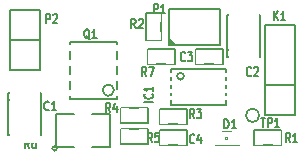
<source format=gto>
%FSLAX46Y46*%
G04 Gerber Fmt 4.6, Leading zero omitted, Abs format (unit mm)*
G04 Created by KiCad (PCBNEW (2014-08-05 BZR 5054)-product) date 06/11/2014 16:14:12*
%MOMM*%
G01*
G04 APERTURE LIST*
%ADD10C,0.100000*%
%ADD11C,0.127000*%
%ADD12C,0.066040*%
%ADD13C,0.101600*%
%ADD14C,0.050800*%
%ADD15C,0.150000*%
%ADD16C,0.149860*%
%ADD17R,2.499360X1.950720*%
%ADD18R,0.635000X1.143000*%
%ADD19R,1.198880X1.198880*%
%ADD20R,1.470660X0.419100*%
%ADD21R,2.032000X1.727200*%
%ADD22O,2.032000X1.727200*%
%ADD23C,1.066800*%
%ADD24R,2.032000X2.032000*%
%ADD25O,2.032000X2.032000*%
%ADD26R,1.998980X0.599440*%
%ADD27R,1.143000X0.635000*%
%ADD28R,1.270000X2.540000*%
%ADD29C,0.889000*%
G04 APERTURE END LIST*
D10*
D11*
X144653000Y-104076500D02*
X147447000Y-104076500D01*
X144653000Y-103505000D02*
X144653000Y-107061000D01*
X144653000Y-107061000D02*
X147447000Y-107061000D01*
X147447000Y-107061000D02*
X147447000Y-103505000D01*
X147447000Y-103505000D02*
X144653000Y-103505000D01*
X165989000Y-99885500D02*
X163195000Y-99885500D01*
X165989000Y-100457000D02*
X165989000Y-96901000D01*
X165989000Y-96901000D02*
X163195000Y-96901000D01*
X163195000Y-96901000D02*
X163195000Y-100457000D01*
X163195000Y-100457000D02*
X165989000Y-100457000D01*
X162814000Y-101092000D02*
X160528000Y-101092000D01*
X160528000Y-101092000D02*
X160528000Y-99822000D01*
X160528000Y-99822000D02*
X162814000Y-99822000D01*
X162814000Y-99822000D02*
X162814000Y-101092000D01*
X157480000Y-106680000D02*
X159766000Y-106680000D01*
X159766000Y-106680000D02*
X159766000Y-107950000D01*
X159766000Y-107950000D02*
X157480000Y-107950000D01*
X157480000Y-107950000D02*
X157480000Y-106680000D01*
D12*
X162697160Y-107015280D02*
X162697160Y-106690160D01*
X162697160Y-106690160D02*
X162196780Y-106690160D01*
X162196780Y-107015280D02*
X162196780Y-106690160D01*
X162697160Y-107015280D02*
X162196780Y-107015280D01*
X162697160Y-107637580D02*
X162697160Y-107487720D01*
X162697160Y-107487720D02*
X162445700Y-107487720D01*
X162445700Y-107637580D02*
X162445700Y-107487720D01*
X162697160Y-107637580D02*
X162445700Y-107637580D01*
X162697160Y-107142280D02*
X162697160Y-106992420D01*
X162697160Y-106992420D02*
X162445700Y-106992420D01*
X162445700Y-107142280D02*
X162445700Y-106992420D01*
X162697160Y-107142280D02*
X162445700Y-107142280D01*
X162697160Y-107513120D02*
X162697160Y-107116880D01*
X162697160Y-107116880D02*
X162521900Y-107116880D01*
X162521900Y-107513120D02*
X162521900Y-107116880D01*
X162697160Y-107513120D02*
X162521900Y-107513120D01*
X164193220Y-107015280D02*
X164193220Y-106690160D01*
X164193220Y-106690160D02*
X163692840Y-106690160D01*
X163692840Y-107015280D02*
X163692840Y-106690160D01*
X164193220Y-107015280D02*
X163692840Y-107015280D01*
X164193220Y-107939840D02*
X164193220Y-107614720D01*
X164193220Y-107614720D02*
X163692840Y-107614720D01*
X163692840Y-107939840D02*
X163692840Y-107614720D01*
X164193220Y-107939840D02*
X163692840Y-107939840D01*
X163944300Y-107142280D02*
X163944300Y-106992420D01*
X163944300Y-106992420D02*
X163692840Y-106992420D01*
X163692840Y-107142280D02*
X163692840Y-106992420D01*
X163944300Y-107142280D02*
X163692840Y-107142280D01*
X163944300Y-107637580D02*
X163944300Y-107487720D01*
X163944300Y-107487720D02*
X163692840Y-107487720D01*
X163692840Y-107637580D02*
X163692840Y-107487720D01*
X163944300Y-107637580D02*
X163692840Y-107637580D01*
X163868100Y-107513120D02*
X163868100Y-107116880D01*
X163868100Y-107116880D02*
X163692840Y-107116880D01*
X163692840Y-107513120D02*
X163692840Y-107116880D01*
X163868100Y-107513120D02*
X163692840Y-107513120D01*
X163195000Y-107414060D02*
X163195000Y-107215940D01*
X163195000Y-107215940D02*
X162996880Y-107215940D01*
X162996880Y-107414060D02*
X162996880Y-107215940D01*
X163195000Y-107414060D02*
X162996880Y-107414060D01*
X162697160Y-107914440D02*
X162697160Y-107614720D01*
X162697160Y-107614720D02*
X162397440Y-107614720D01*
X162397440Y-107914440D02*
X162397440Y-107614720D01*
X162697160Y-107914440D02*
X162397440Y-107914440D01*
X162270440Y-107939840D02*
X162270440Y-107713780D01*
X162270440Y-107713780D02*
X162196780Y-107713780D01*
X162196780Y-107939840D02*
X162196780Y-107713780D01*
X162270440Y-107939840D02*
X162196780Y-107939840D01*
D13*
X162671760Y-106740960D02*
X163718240Y-106740960D01*
X163692840Y-107889040D02*
X162270440Y-107889040D01*
D14*
X162418482Y-107764580D02*
G75*
G03X162418482Y-107764580I-71842J0D01*
G74*
G01*
D13*
X162196780Y-107662980D02*
G75*
G03X162196780Y-106967020I0J347980D01*
G74*
G01*
X164193220Y-106967020D02*
G75*
G03X164193220Y-107662980I0J-347980D01*
G74*
G01*
D11*
X158480760Y-101447600D02*
X158480760Y-104546400D01*
X158480760Y-104546400D02*
X163083240Y-104546400D01*
X163083240Y-104546400D02*
X163083240Y-101447600D01*
X163083240Y-101447600D02*
X158480760Y-101447600D01*
X159541981Y-102090220D02*
G75*
G03X159541981Y-102090220I-283981J0D01*
G74*
G01*
D15*
X168910000Y-102870000D02*
X168910000Y-97790000D01*
X168910000Y-97790000D02*
X166370000Y-97790000D01*
X166370000Y-97790000D02*
X166370000Y-102870000D01*
X166370000Y-105410000D02*
X166370000Y-102870000D01*
X166370000Y-102870000D02*
X168910000Y-102870000D01*
X166370000Y-105410000D02*
X168910000Y-105410000D01*
X168910000Y-105410000D02*
X168910000Y-102870000D01*
D16*
X158750000Y-99441000D02*
X158242000Y-98933000D01*
X158496000Y-99441000D02*
X158242000Y-99187000D01*
X158242000Y-99441000D02*
X162560000Y-99441000D01*
X162560000Y-99441000D02*
X162560000Y-96393000D01*
X162560000Y-96393000D02*
X158242000Y-96393000D01*
X158242000Y-96393000D02*
X158242000Y-99441000D01*
D15*
X147320000Y-99060000D02*
X144780000Y-99060000D01*
X147320000Y-96520000D02*
X144780000Y-96520000D01*
X144780000Y-96520000D02*
X144780000Y-99060000D01*
X144780000Y-99060000D02*
X144780000Y-101600000D01*
X144780000Y-101600000D02*
X147320000Y-101600000D01*
X147320000Y-101600000D02*
X147320000Y-96520000D01*
D11*
X149910800Y-104013000D02*
X153873200Y-104013000D01*
X153873200Y-104013000D02*
X153873200Y-99187000D01*
X153873200Y-99187000D02*
X149910800Y-99187000D01*
X149910800Y-99187000D02*
X149910800Y-104013000D01*
X149910800Y-103505000D02*
X148818600Y-103505000D01*
X149910800Y-102235000D02*
X148818600Y-102235000D01*
X149910800Y-100965000D02*
X148818600Y-100965000D01*
X148818600Y-99695000D02*
X149910800Y-99695000D01*
X153873200Y-99695000D02*
X154965400Y-99695000D01*
X154965400Y-100965000D02*
X153873200Y-100965000D01*
X154965400Y-102235000D02*
X153873200Y-102235000D01*
X154965400Y-103505000D02*
X153873200Y-103505000D01*
X153609067Y-103276400D02*
G75*
G03X153609067Y-103276400I-472467J0D01*
G74*
G01*
X167767000Y-107950000D02*
X165481000Y-107950000D01*
X165481000Y-107950000D02*
X165481000Y-106680000D01*
X165481000Y-106680000D02*
X167767000Y-106680000D01*
X167767000Y-106680000D02*
X167767000Y-107950000D01*
X156337000Y-99060000D02*
X156337000Y-96774000D01*
X156337000Y-96774000D02*
X157607000Y-96774000D01*
X157607000Y-96774000D02*
X157607000Y-99060000D01*
X157607000Y-99060000D02*
X156337000Y-99060000D01*
X157480000Y-104902000D02*
X159766000Y-104902000D01*
X159766000Y-104902000D02*
X159766000Y-106172000D01*
X159766000Y-106172000D02*
X157480000Y-106172000D01*
X157480000Y-106172000D02*
X157480000Y-104902000D01*
X154178000Y-104775000D02*
X156464000Y-104775000D01*
X156464000Y-104775000D02*
X156464000Y-106045000D01*
X156464000Y-106045000D02*
X154178000Y-106045000D01*
X154178000Y-106045000D02*
X154178000Y-104775000D01*
X154178000Y-106553000D02*
X156464000Y-106553000D01*
X156464000Y-106553000D02*
X156464000Y-107823000D01*
X156464000Y-107823000D02*
X154178000Y-107823000D01*
X154178000Y-107823000D02*
X154178000Y-106553000D01*
X148769605Y-108204000D02*
G75*
G03X148769605Y-108204000I-179605J0D01*
G74*
G01*
X150241000Y-105283000D02*
X148717000Y-105283000D01*
X148717000Y-105283000D02*
X148717000Y-108077000D01*
X148717000Y-108077000D02*
X150241000Y-108077000D01*
X151765000Y-108077000D02*
X153289000Y-108077000D01*
X153289000Y-108077000D02*
X153289000Y-105283000D01*
X153289000Y-105283000D02*
X151765000Y-105283000D01*
X158750000Y-101092000D02*
X156464000Y-101092000D01*
X156464000Y-101092000D02*
X156464000Y-99822000D01*
X156464000Y-99822000D02*
X158750000Y-99822000D01*
X158750000Y-99822000D02*
X158750000Y-101092000D01*
D15*
X165921961Y-105410000D02*
G75*
G03X165921961Y-105410000I-567961J0D01*
G74*
G01*
D11*
X148103167Y-104920143D02*
X148072929Y-104956429D01*
X147982214Y-104992714D01*
X147921738Y-104992714D01*
X147831024Y-104956429D01*
X147770548Y-104883857D01*
X147740309Y-104811286D01*
X147710071Y-104666143D01*
X147710071Y-104557286D01*
X147740309Y-104412143D01*
X147770548Y-104339571D01*
X147831024Y-104267000D01*
X147921738Y-104230714D01*
X147982214Y-104230714D01*
X148072929Y-104267000D01*
X148103167Y-104303286D01*
X148707929Y-104992714D02*
X148345071Y-104992714D01*
X148526500Y-104992714D02*
X148526500Y-104230714D01*
X148466024Y-104339571D01*
X148405548Y-104412143D01*
X148345071Y-104448429D01*
X165248167Y-101999143D02*
X165217929Y-102035429D01*
X165127214Y-102071714D01*
X165066738Y-102071714D01*
X164976024Y-102035429D01*
X164915548Y-101962857D01*
X164885309Y-101890286D01*
X164855071Y-101745143D01*
X164855071Y-101636286D01*
X164885309Y-101491143D01*
X164915548Y-101418571D01*
X164976024Y-101346000D01*
X165066738Y-101309714D01*
X165127214Y-101309714D01*
X165217929Y-101346000D01*
X165248167Y-101382286D01*
X165490071Y-101382286D02*
X165520309Y-101346000D01*
X165580786Y-101309714D01*
X165731976Y-101309714D01*
X165792452Y-101346000D01*
X165822690Y-101382286D01*
X165852929Y-101454857D01*
X165852929Y-101527429D01*
X165822690Y-101636286D01*
X165459833Y-102071714D01*
X165852929Y-102071714D01*
X159660167Y-100729143D02*
X159629929Y-100765429D01*
X159539214Y-100801714D01*
X159478738Y-100801714D01*
X159388024Y-100765429D01*
X159327548Y-100692857D01*
X159297309Y-100620286D01*
X159267071Y-100475143D01*
X159267071Y-100366286D01*
X159297309Y-100221143D01*
X159327548Y-100148571D01*
X159388024Y-100076000D01*
X159478738Y-100039714D01*
X159539214Y-100039714D01*
X159629929Y-100076000D01*
X159660167Y-100112286D01*
X159871833Y-100039714D02*
X160264929Y-100039714D01*
X160053262Y-100330000D01*
X160143976Y-100330000D01*
X160204452Y-100366286D01*
X160234690Y-100402571D01*
X160264929Y-100475143D01*
X160264929Y-100656571D01*
X160234690Y-100729143D01*
X160204452Y-100765429D01*
X160143976Y-100801714D01*
X159962548Y-100801714D01*
X159902071Y-100765429D01*
X159871833Y-100729143D01*
X160422167Y-107714143D02*
X160391929Y-107750429D01*
X160301214Y-107786714D01*
X160240738Y-107786714D01*
X160150024Y-107750429D01*
X160089548Y-107677857D01*
X160059309Y-107605286D01*
X160029071Y-107460143D01*
X160029071Y-107351286D01*
X160059309Y-107206143D01*
X160089548Y-107133571D01*
X160150024Y-107061000D01*
X160240738Y-107024714D01*
X160301214Y-107024714D01*
X160391929Y-107061000D01*
X160422167Y-107097286D01*
X160966452Y-107278714D02*
X160966452Y-107786714D01*
X160815262Y-106988429D02*
X160664071Y-107532714D01*
X161057167Y-107532714D01*
X162980309Y-106516714D02*
X162980309Y-105754714D01*
X163131500Y-105754714D01*
X163222214Y-105791000D01*
X163282690Y-105863571D01*
X163312929Y-105936143D01*
X163343167Y-106081286D01*
X163343167Y-106190143D01*
X163312929Y-106335286D01*
X163282690Y-106407857D01*
X163222214Y-106480429D01*
X163131500Y-106516714D01*
X162980309Y-106516714D01*
X163947929Y-106516714D02*
X163585071Y-106516714D01*
X163766500Y-106516714D02*
X163766500Y-105754714D01*
X163706024Y-105863571D01*
X163645548Y-105936143D01*
X163585071Y-105972429D01*
X156935714Y-104251881D02*
X156173714Y-104251881D01*
X156863143Y-103586642D02*
X156899429Y-103616880D01*
X156935714Y-103707595D01*
X156935714Y-103768071D01*
X156899429Y-103858785D01*
X156826857Y-103919261D01*
X156754286Y-103949500D01*
X156609143Y-103979738D01*
X156500286Y-103979738D01*
X156355143Y-103949500D01*
X156282571Y-103919261D01*
X156210000Y-103858785D01*
X156173714Y-103768071D01*
X156173714Y-103707595D01*
X156210000Y-103616880D01*
X156246286Y-103586642D01*
X156935714Y-102981880D02*
X156935714Y-103344738D01*
X156935714Y-103163309D02*
X156173714Y-103163309D01*
X156282571Y-103223785D01*
X156355143Y-103284261D01*
X156391429Y-103344738D01*
X167171309Y-97372714D02*
X167171309Y-96610714D01*
X167534167Y-97372714D02*
X167262024Y-96937286D01*
X167534167Y-96610714D02*
X167171309Y-97046143D01*
X168138929Y-97372714D02*
X167776071Y-97372714D01*
X167957500Y-97372714D02*
X167957500Y-96610714D01*
X167897024Y-96719571D01*
X167836548Y-96792143D01*
X167776071Y-96828429D01*
X157011309Y-96737714D02*
X157011309Y-95975714D01*
X157253214Y-95975714D01*
X157313690Y-96012000D01*
X157343929Y-96048286D01*
X157374167Y-96120857D01*
X157374167Y-96229714D01*
X157343929Y-96302286D01*
X157313690Y-96338571D01*
X157253214Y-96374857D01*
X157011309Y-96374857D01*
X157978929Y-96737714D02*
X157616071Y-96737714D01*
X157797500Y-96737714D02*
X157797500Y-95975714D01*
X157737024Y-96084571D01*
X157676548Y-96157143D01*
X157616071Y-96193429D01*
X147867309Y-97626714D02*
X147867309Y-96864714D01*
X148109214Y-96864714D01*
X148169690Y-96901000D01*
X148199929Y-96937286D01*
X148230167Y-97009857D01*
X148230167Y-97118714D01*
X148199929Y-97191286D01*
X148169690Y-97227571D01*
X148109214Y-97263857D01*
X147867309Y-97263857D01*
X148472071Y-96937286D02*
X148502309Y-96901000D01*
X148562786Y-96864714D01*
X148713976Y-96864714D01*
X148774452Y-96901000D01*
X148804690Y-96937286D01*
X148834929Y-97009857D01*
X148834929Y-97082429D01*
X148804690Y-97191286D01*
X148441833Y-97626714D01*
X148834929Y-97626714D01*
X151577524Y-98969286D02*
X151517048Y-98933000D01*
X151456571Y-98860429D01*
X151365857Y-98751571D01*
X151305381Y-98715286D01*
X151244905Y-98715286D01*
X151275143Y-98896714D02*
X151214667Y-98860429D01*
X151154190Y-98787857D01*
X151123952Y-98642714D01*
X151123952Y-98388714D01*
X151154190Y-98243571D01*
X151214667Y-98171000D01*
X151275143Y-98134714D01*
X151396095Y-98134714D01*
X151456571Y-98171000D01*
X151517048Y-98243571D01*
X151547286Y-98388714D01*
X151547286Y-98642714D01*
X151517048Y-98787857D01*
X151456571Y-98860429D01*
X151396095Y-98896714D01*
X151275143Y-98896714D01*
X152152048Y-98896714D02*
X151789190Y-98896714D01*
X151970619Y-98896714D02*
X151970619Y-98134714D01*
X151910143Y-98243571D01*
X151849667Y-98316143D01*
X151789190Y-98352429D01*
X168550167Y-107659714D02*
X168338500Y-107296857D01*
X168187309Y-107659714D02*
X168187309Y-106897714D01*
X168429214Y-106897714D01*
X168489690Y-106934000D01*
X168519929Y-106970286D01*
X168550167Y-107042857D01*
X168550167Y-107151714D01*
X168519929Y-107224286D01*
X168489690Y-107260571D01*
X168429214Y-107296857D01*
X168187309Y-107296857D01*
X169154929Y-107659714D02*
X168792071Y-107659714D01*
X168973500Y-107659714D02*
X168973500Y-106897714D01*
X168913024Y-107006571D01*
X168852548Y-107079143D01*
X168792071Y-107115429D01*
X155469167Y-98007714D02*
X155257500Y-97644857D01*
X155106309Y-98007714D02*
X155106309Y-97245714D01*
X155348214Y-97245714D01*
X155408690Y-97282000D01*
X155438929Y-97318286D01*
X155469167Y-97390857D01*
X155469167Y-97499714D01*
X155438929Y-97572286D01*
X155408690Y-97608571D01*
X155348214Y-97644857D01*
X155106309Y-97644857D01*
X155711071Y-97318286D02*
X155741309Y-97282000D01*
X155801786Y-97245714D01*
X155952976Y-97245714D01*
X156013452Y-97282000D01*
X156043690Y-97318286D01*
X156073929Y-97390857D01*
X156073929Y-97463429D01*
X156043690Y-97572286D01*
X155680833Y-98007714D01*
X156073929Y-98007714D01*
X160422167Y-105627714D02*
X160210500Y-105264857D01*
X160059309Y-105627714D02*
X160059309Y-104865714D01*
X160301214Y-104865714D01*
X160361690Y-104902000D01*
X160391929Y-104938286D01*
X160422167Y-105010857D01*
X160422167Y-105119714D01*
X160391929Y-105192286D01*
X160361690Y-105228571D01*
X160301214Y-105264857D01*
X160059309Y-105264857D01*
X160633833Y-104865714D02*
X161026929Y-104865714D01*
X160815262Y-105156000D01*
X160905976Y-105156000D01*
X160966452Y-105192286D01*
X160996690Y-105228571D01*
X161026929Y-105301143D01*
X161026929Y-105482571D01*
X160996690Y-105555143D01*
X160966452Y-105591429D01*
X160905976Y-105627714D01*
X160724548Y-105627714D01*
X160664071Y-105591429D01*
X160633833Y-105555143D01*
X153310167Y-105119714D02*
X153098500Y-104756857D01*
X152947309Y-105119714D02*
X152947309Y-104357714D01*
X153189214Y-104357714D01*
X153249690Y-104394000D01*
X153279929Y-104430286D01*
X153310167Y-104502857D01*
X153310167Y-104611714D01*
X153279929Y-104684286D01*
X153249690Y-104720571D01*
X153189214Y-104756857D01*
X152947309Y-104756857D01*
X153854452Y-104611714D02*
X153854452Y-105119714D01*
X153703262Y-104321429D02*
X153552071Y-104865714D01*
X153945167Y-104865714D01*
X156866167Y-107659714D02*
X156654500Y-107296857D01*
X156503309Y-107659714D02*
X156503309Y-106897714D01*
X156745214Y-106897714D01*
X156805690Y-106934000D01*
X156835929Y-106970286D01*
X156866167Y-107042857D01*
X156866167Y-107151714D01*
X156835929Y-107224286D01*
X156805690Y-107260571D01*
X156745214Y-107296857D01*
X156503309Y-107296857D01*
X157440690Y-106897714D02*
X157138309Y-106897714D01*
X157108071Y-107260571D01*
X157138309Y-107224286D01*
X157198786Y-107188000D01*
X157349976Y-107188000D01*
X157410452Y-107224286D01*
X157440690Y-107260571D01*
X157470929Y-107333143D01*
X157470929Y-107514571D01*
X157440690Y-107587143D01*
X157410452Y-107623429D01*
X157349976Y-107659714D01*
X157198786Y-107659714D01*
X157138309Y-107623429D01*
X157108071Y-107587143D01*
X146452167Y-108167714D02*
X146240500Y-107804857D01*
X146089309Y-108167714D02*
X146089309Y-107405714D01*
X146331214Y-107405714D01*
X146391690Y-107442000D01*
X146421929Y-107478286D01*
X146452167Y-107550857D01*
X146452167Y-107659714D01*
X146421929Y-107732286D01*
X146391690Y-107768571D01*
X146331214Y-107804857D01*
X146089309Y-107804857D01*
X146996452Y-107405714D02*
X146875500Y-107405714D01*
X146815024Y-107442000D01*
X146784786Y-107478286D01*
X146724309Y-107587143D01*
X146694071Y-107732286D01*
X146694071Y-108022571D01*
X146724309Y-108095143D01*
X146754548Y-108131429D01*
X146815024Y-108167714D01*
X146935976Y-108167714D01*
X146996452Y-108131429D01*
X147026690Y-108095143D01*
X147056929Y-108022571D01*
X147056929Y-107841143D01*
X147026690Y-107768571D01*
X146996452Y-107732286D01*
X146935976Y-107696000D01*
X146815024Y-107696000D01*
X146754548Y-107732286D01*
X146724309Y-107768571D01*
X146694071Y-107841143D01*
X156358167Y-102071714D02*
X156146500Y-101708857D01*
X155995309Y-102071714D02*
X155995309Y-101309714D01*
X156237214Y-101309714D01*
X156297690Y-101346000D01*
X156327929Y-101382286D01*
X156358167Y-101454857D01*
X156358167Y-101563714D01*
X156327929Y-101636286D01*
X156297690Y-101672571D01*
X156237214Y-101708857D01*
X155995309Y-101708857D01*
X156569833Y-101309714D02*
X156993167Y-101309714D01*
X156721024Y-102071714D01*
X166076690Y-105627714D02*
X166439547Y-105627714D01*
X166258119Y-106389714D02*
X166258119Y-105627714D01*
X166651214Y-106389714D02*
X166651214Y-105627714D01*
X166893119Y-105627714D01*
X166953595Y-105664000D01*
X166983834Y-105700286D01*
X167014072Y-105772857D01*
X167014072Y-105881714D01*
X166983834Y-105954286D01*
X166953595Y-105990571D01*
X166893119Y-106026857D01*
X166651214Y-106026857D01*
X167618834Y-106389714D02*
X167255976Y-106389714D01*
X167437405Y-106389714D02*
X167437405Y-105627714D01*
X167376929Y-105736571D01*
X167316453Y-105809143D01*
X167255976Y-105845429D01*
%LPC*%
D17*
X146050000Y-103759000D03*
X146050000Y-106807000D03*
X164592000Y-100203000D03*
X164592000Y-97155000D03*
D18*
X162433000Y-100457000D03*
X160909000Y-100457000D03*
X157861000Y-107315000D03*
X159385000Y-107315000D03*
D19*
X164244020Y-107315000D03*
X162145980Y-107315000D03*
D20*
X157982920Y-102674420D03*
X157982920Y-103319580D03*
X157982920Y-103972360D03*
X157982920Y-102021640D03*
X163581080Y-103972360D03*
X163581080Y-103319580D03*
X163581080Y-102674420D03*
X163581080Y-102021640D03*
D21*
X167640000Y-104140000D03*
D22*
X167640000Y-101600000D03*
X167640000Y-99060000D03*
D23*
X159131000Y-98552000D03*
X159131000Y-97282000D03*
X160401000Y-98552000D03*
X160401000Y-97282000D03*
X161671000Y-98552000D03*
X161671000Y-97282000D03*
D24*
X146050000Y-97790000D03*
D25*
X146050000Y-100330000D03*
D26*
X154686000Y-103505000D03*
X154686000Y-102235000D03*
X154686000Y-100965000D03*
X154686000Y-99695000D03*
X149098000Y-99695000D03*
X149098000Y-100965000D03*
X149098000Y-102235000D03*
X149098000Y-103505000D03*
D18*
X167386000Y-107315000D03*
X165862000Y-107315000D03*
D27*
X156972000Y-98679000D03*
X156972000Y-97155000D03*
D18*
X157861000Y-105537000D03*
X159385000Y-105537000D03*
X154559000Y-105410000D03*
X156083000Y-105410000D03*
X154559000Y-107188000D03*
X156083000Y-107188000D03*
D28*
X149479000Y-106680000D03*
X152527000Y-106680000D03*
D18*
X158369000Y-100457000D03*
X156845000Y-100457000D03*
D29*
X165354000Y-105410000D03*
M02*

</source>
